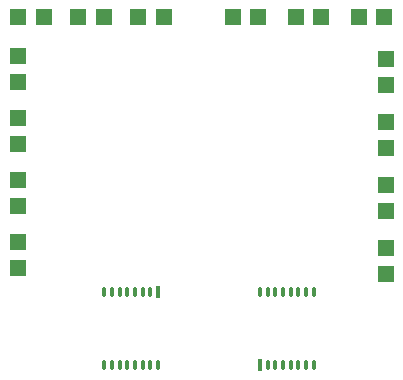
<source format=gtp>
%FSLAX25Y25*%
%MOIN*%
G70*
G01*
G75*
G04 Layer_Color=8421504*
%ADD10O,0.01181X0.03937*%
%ADD11R,0.01181X0.03937*%
%ADD12R,0.05600X0.05200*%
%ADD13R,0.05200X0.05600*%
%ADD14C,0.01000*%
%ADD15C,0.02500*%
%ADD16C,0.05000*%
%ADD17R,0.05906X0.05906*%
%ADD18C,0.05906*%
%ADD19C,0.09843*%
%ADD20C,0.00787*%
%ADD21C,0.00800*%
D10*
X67086Y87000D02*
D03*
X69646D02*
D03*
X72205D02*
D03*
X74764D02*
D03*
X77323D02*
D03*
X79882D02*
D03*
X82441D02*
D03*
X85000D02*
D03*
X67086Y111409D02*
D03*
X69646D02*
D03*
X72205D02*
D03*
X74764D02*
D03*
X77323D02*
D03*
X79882D02*
D03*
X82441D02*
D03*
X121559Y87000D02*
D03*
X124118D02*
D03*
X126677D02*
D03*
X129236D02*
D03*
X131795D02*
D03*
X134354D02*
D03*
X136914D02*
D03*
X119000Y111409D02*
D03*
X121559D02*
D03*
X124118D02*
D03*
X126677D02*
D03*
X129236D02*
D03*
X131795D02*
D03*
X134354D02*
D03*
X136914D02*
D03*
D11*
X85000D02*
D03*
X119000Y87000D02*
D03*
D12*
X160874Y117500D02*
D03*
Y126000D02*
D03*
X38370Y119469D02*
D03*
Y127969D02*
D03*
X160874Y138500D02*
D03*
Y147000D02*
D03*
X38370Y140135D02*
D03*
Y148635D02*
D03*
X160874Y159500D02*
D03*
Y168000D02*
D03*
X38370Y160802D02*
D03*
Y169302D02*
D03*
X160874Y180500D02*
D03*
Y189000D02*
D03*
X38370Y181469D02*
D03*
Y189969D02*
D03*
D13*
X160500Y203000D02*
D03*
X152000D02*
D03*
X38500Y203000D02*
D03*
X47000D02*
D03*
X139500Y203000D02*
D03*
X131000D02*
D03*
X58500Y203000D02*
D03*
X67000D02*
D03*
X118500Y203000D02*
D03*
X110000D02*
D03*
X78500Y203000D02*
D03*
X87000D02*
D03*
M02*

</source>
